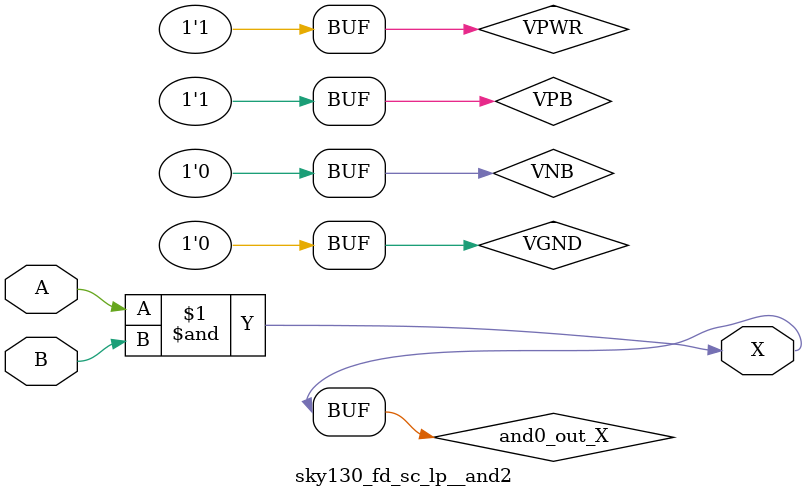
<source format=v>
/*
 * Copyright 2020 The SkyWater PDK Authors
 *
 * Licensed under the Apache License, Version 2.0 (the "License");
 * you may not use this file except in compliance with the License.
 * You may obtain a copy of the License at
 *
 *     https://www.apache.org/licenses/LICENSE-2.0
 *
 * Unless required by applicable law or agreed to in writing, software
 * distributed under the License is distributed on an "AS IS" BASIS,
 * WITHOUT WARRANTIES OR CONDITIONS OF ANY KIND, either express or implied.
 * See the License for the specific language governing permissions and
 * limitations under the License.
 *
 * SPDX-License-Identifier: Apache-2.0
*/


`ifndef SKY130_FD_SC_LP__AND2_BEHAVIORAL_V
`define SKY130_FD_SC_LP__AND2_BEHAVIORAL_V

/**
 * and2: 2-input AND.
 *
 * Verilog simulation functional model.
 */

`timescale 1ns / 1ps
`default_nettype none

`celldefine
module sky130_fd_sc_lp__and2 (
    X,
    A,
    B
);

    // Module ports
    output X;
    input  A;
    input  B;

    // Module supplies
    supply1 VPWR;
    supply0 VGND;
    supply1 VPB ;
    supply0 VNB ;

    // Local signals
    wire and0_out_X;

    //  Name  Output      Other arguments
    and and0 (and0_out_X, A, B           );
    buf buf0 (X         , and0_out_X     );

endmodule
`endcelldefine

`default_nettype wire
`endif  // SKY130_FD_SC_LP__AND2_BEHAVIORAL_V
</source>
